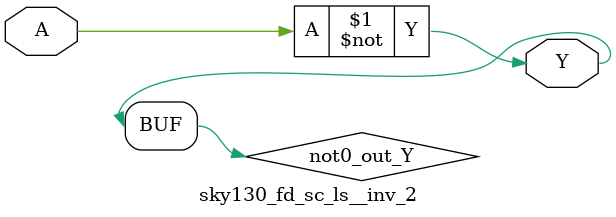
<source format=v>
/*
 * Copyright 2020 The SkyWater PDK Authors
 *
 * Licensed under the Apache License, Version 2.0 (the "License");
 * you may not use this file except in compliance with the License.
 * You may obtain a copy of the License at
 *
 *     https://www.apache.org/licenses/LICENSE-2.0
 *
 * Unless required by applicable law or agreed to in writing, software
 * distributed under the License is distributed on an "AS IS" BASIS,
 * WITHOUT WARRANTIES OR CONDITIONS OF ANY KIND, either express or implied.
 * See the License for the specific language governing permissions and
 * limitations under the License.
 *
 * SPDX-License-Identifier: Apache-2.0
*/


`ifndef SKY130_FD_SC_LS__INV_2_FUNCTIONAL_V
`define SKY130_FD_SC_LS__INV_2_FUNCTIONAL_V

/**
 * inv: Inverter.
 *
 * Verilog simulation functional model.
 */

`timescale 1ns / 1ps
`default_nettype none

`celldefine
module sky130_fd_sc_ls__inv_2 (
    Y,
    A
);

    // Module ports
    output Y;
    input  A;

    // Local signals
    wire not0_out_Y;

    //  Name  Output      Other arguments
    not not0 (not0_out_Y, A              );
    buf buf0 (Y         , not0_out_Y     );

endmodule
`endcelldefine

`default_nettype wire
`endif  // SKY130_FD_SC_LS__INV_2_FUNCTIONAL_V

</source>
